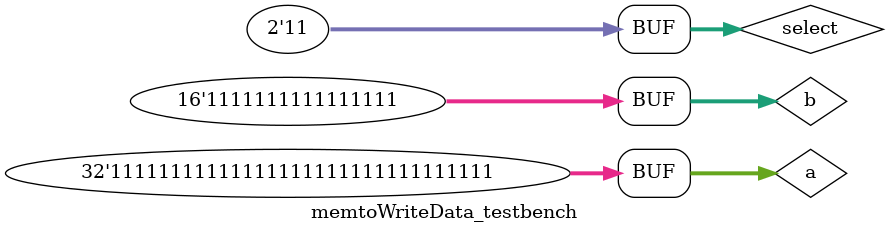
<source format=v>
`define DELAY 20
module memtoWriteData_testbench();
reg [31:0] a;
reg [15:0] b;
reg [1:0] select;
wire [31:0] s,out;

mux_for_memtoWriteData m0(out,a,b,1'b1);
memtoWriteData m1(s,out,select);

initial begin


a = 32'b11111111111111111111111111111111; b= 16'b1111111111111111; select = 2'b11;
end
 
 
initial
begin
$monitor("time = %2d, out=%b,muxout=%b", $time, s,out);
end
 
endmodule
</source>
